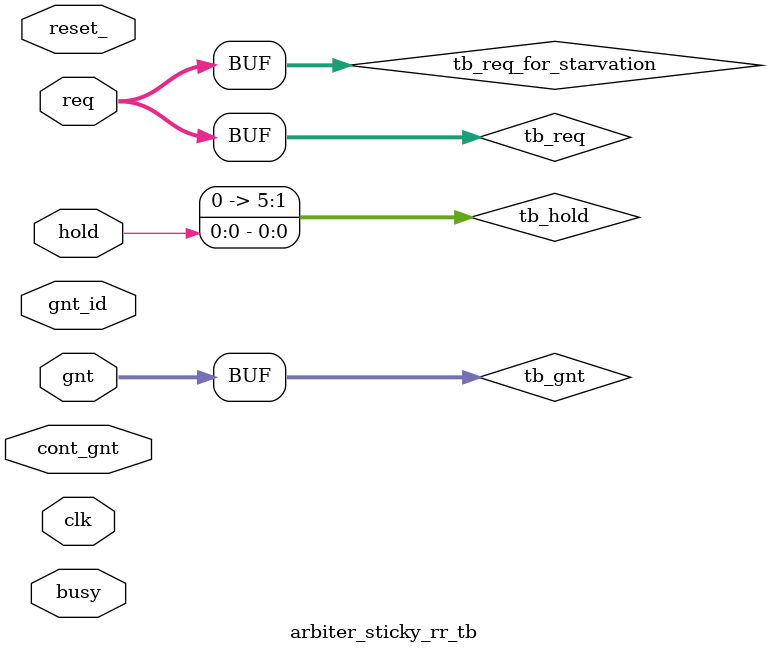
<source format=sv>
module arbiter_sticky_rr_tb (
clk, reset_, req, gnt, gnt_id, busy, hold, cont_gnt);

    parameter       NUM_OF_CLIENTS = 6;

localparam tb_num_client_req_width = $clog2(NUM_OF_CLIENTS); 
localparam busy_latency_width = $clog2(NUM_OF_CLIENTS);
localparam cont_gnt_latency_width = $clog2(NUM_OF_CLIENTS);
localparam hold_latency_width = $clog2(NUM_OF_CLIENTS);

input clk;
input reset_;//clock and reset
input busy; //busy 
input hold;//hold
input [NUM_OF_CLIENTS-1 : 0] req;
input [NUM_OF_CLIENTS-1 : 0] gnt;//request and grant. grant is assumed to be one hot.
input [tb_num_client_req_width-1:0] gnt_id;
input cont_gnt; //same as cont_gnt from arbgen

wire tb_reset;
assign tb_reset = (reset_ == 1'b0);

wire [NUM_OF_CLIENTS-1 : 0] tb_req;
wire [NUM_OF_CLIENTS-1 : 0] tb_gnt;
wire [NUM_OF_CLIENTS-1 : 0] tb_req_for_starvation;
wire [NUM_OF_CLIENTS-1 : 0] tb_hold;

reg [NUM_OF_CLIENTS-1 : 0] sticky_req;
reg arbiter_in_sticky;

genvar a;
assign tb_req = req;
assign tb_gnt = gnt;
assign tb_req_for_starvation = req;
assign tb_hold = hold;

reg [NUM_OF_CLIENTS-1 : 0] last_gnt;
always @(posedge clk) begin
    if (!reset_) begin 
        last_gnt <= 0; 
   end else if (|tb_gnt && !cont_gnt) begin 
        last_gnt <= tb_gnt; 
    end
end

// sticky model    
always @(posedge clk) begin
    if (!reset_) begin 
        arbiter_in_sticky <= 1'b0;
        sticky_req <= 'd0;
    end else if (|(tb_gnt & tb_req & tb_hold)) begin 
        arbiter_in_sticky <= 1'b1;
        sticky_req <= tb_gnt & tb_req & tb_hold;
    end else if (|(tb_gnt & tb_req & ~tb_hold)) begin 
        arbiter_in_sticky <= 1'b0;
        sticky_req <= 'd0;
    end
end    

wire [NUM_OF_CLIENTS-1 : 0] valid_request_mask_rr = (last_gnt < tb_gnt) ? (tb_gnt - last_gnt - last_gnt) : (
                                                (last_gnt > tb_gnt) ? ~(last_gnt - tb_gnt | last_gnt) :
                                                ~tb_gnt);

reg [NUM_OF_CLIENTS-1 : 0] req_seen_flag;
genvar i;
for (i = 0; i < NUM_OF_CLIENTS; i++) begin
    always @(posedge clk) begin
        if (!reset_) begin req_seen_flag[i] <= 0; end
        else if (tb_req_for_starvation[i] && tb_gnt[i]) begin req_seen_flag[i] <= 0; end
        else if (tb_req_for_starvation[i]) begin req_seen_flag[i] <= 1; end
        else if (tb_gnt[i]) begin req_seen_flag[i] <= 0; end
    end
end


endmodule
</source>
